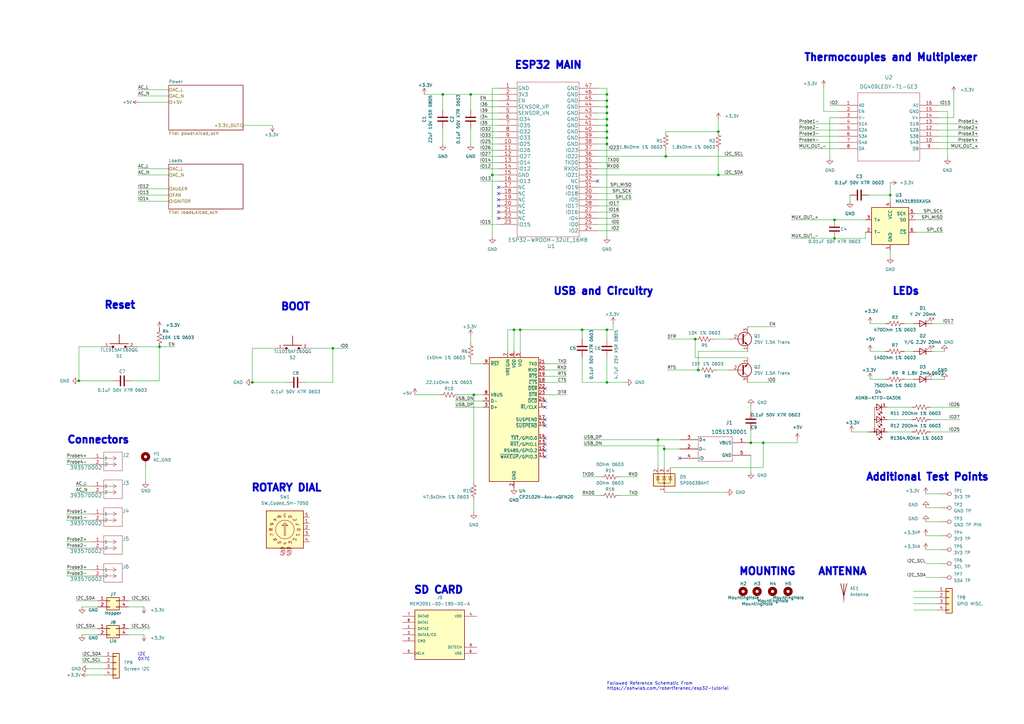
<source format=kicad_sch>
(kicad_sch (version 20211123) (generator eeschema)
  (paper "A3")
  (title_block (title "Smart Smoker Main") (date "2023-07-31") (rev "B"))
  (junction (at 248.92 46.355))
  (junction (at 65.405 142.24))
  (junction (at 248.92 51.435))
  (junction (at 238.76 135.255))
  (junction (at 248.92 135.255))
  (junction (at 273.05 64.135))
  (junction (at 210.82 135.255))
  (junction (at 269.875 180.34))
  (junction (at 201.93 71.755))
  (junction (at 103.505 156.845))
  (junction (at 248.92 56.515))
  (junction (at 365.125 80.01))
  (junction (at 286.385 151.765))
  (junction (at 272.415 184.15))
  (junction (at 342.265 97.79))
  (junction (at 181.61 38.735))
  (junction (at 313.055 181.61))
  (junction (at 248.92 156.845))
  (junction (at 32.385 156.21))
  (junction (at 342.265 90.17))
  (junction (at 307.975 181.61))
  (junction (at 193.04 38.735))
  (junction (at 248.92 43.815))
  (junction (at 294.64 71.755))
  (junction (at 294.64 53.975))
  (junction (at 213.36 135.255))
  (junction (at 248.92 41.275))
  (junction (at 136.525 142.875))
  (junction (at 194.31 161.925))
  (junction (at 248.92 48.895))
  (junction (at 248.92 59.055))
  (junction (at 248.92 53.975))
  (junction (at 285.115 139.065))
  (junction (at 248.92 38.735))
  (no_connect (at 223.52 167.005))
  (no_connect (at 245.11 74.295))
  (no_connect (at 204.47 89.535))
  (no_connect (at 204.47 86.995))
  (no_connect (at 223.52 174.625))
  (no_connect (at 204.47 76.835))
  (no_connect (at 223.52 172.085))
  (no_connect (at 223.52 187.325))
  (no_connect (at 204.47 79.375))
  (no_connect (at 204.47 81.915))
  (no_connect (at 223.52 159.385))
  (no_connect (at 278.765 187.96))
  (no_connect (at 223.52 179.705))
  (no_connect (at 204.47 84.455))
  (no_connect (at 223.52 164.465))
  (no_connect (at 223.52 182.245))
  (no_connect (at 223.52 184.785))
  (wire (pts (xy 245.11 43.815) (xy 248.92 43.815)))
  (wire (pts (xy 210.82 135.255) (xy 213.36 135.255)))
  (wire (pts (xy 53.975 156.21) (xy 65.405 156.21)))
  (wire (pts (xy 238.76 156.845) (xy 238.76 146.685)))
  (wire (pts (xy 196.85 61.595) (xy 204.47 61.595)))
  (wire (pts (xy 208.28 135.255) (xy 210.82 135.255)))
  (wire (pts (xy 248.92 59.055) (xy 248.92 97.155)))
  (wire (pts (xy 208.28 144.145) (xy 208.28 135.255)))
  (wire (pts (xy 245.11 86.995) (xy 254 86.995)))
  (wire (pts (xy 57.15 41.91) (xy 69.215 41.91)))
  (wire (pts (xy 238.76 203.2) (xy 246.38 203.2)))
  (wire (pts (xy 196.85 46.355) (xy 204.47 46.355)))
  (wire (pts (xy 33.655 260.35) (xy 40.005 260.35)))
  (wire (pts (xy 327.66 53.34) (xy 344.17 53.34)))
  (wire (pts (xy 327.025 181.61) (xy 327.025 180.34)))
  (wire (pts (xy 196.85 51.435) (xy 204.47 51.435)))
  (wire (pts (xy 363.855 177.165) (xy 374.015 177.165)))
  (wire (pts (xy 196.85 59.055) (xy 204.47 59.055)))
  (wire (pts (xy 374.65 247.65) (xy 384.175 247.65)))
  (wire (pts (xy 181.61 52.705) (xy 181.61 59.055)))
  (wire (pts (xy 382.27 132.715) (xy 391.16 132.715)))
  (wire (pts (xy 186.69 164.465) (xy 198.12 164.465)))
  (wire (pts (xy 294.005 151.765) (xy 299.085 151.765)))
  (wire (pts (xy 196.85 66.675) (xy 204.47 66.675)))
  (wire (pts (xy 306.705 144.145) (xy 286.385 144.145)))
  (wire (pts (xy 273.05 53.975) (xy 294.64 53.975)))
  (wire (pts (xy 386.08 236.855) (xy 379.73 236.855)))
  (wire (pts (xy 384.81 43.18) (xy 389.89 43.18)))
  (wire (pts (xy 193.04 38.735) (xy 204.47 38.735)))
  (wire (pts (xy 286.385 144.145) (xy 286.385 151.765)))
  (wire (pts (xy 186.69 167.005) (xy 198.12 167.005)))
  (wire (pts (xy 382.27 155.575) (xy 387.35 155.575)))
  (wire (pts (xy 245.11 48.895) (xy 248.92 48.895)))
  (wire (pts (xy 27.305 190.5) (xy 37.465 190.5)))
  (wire (pts (xy 245.11 51.435) (xy 248.92 51.435)))
  (wire (pts (xy 187.96 161.925) (xy 194.31 161.925)))
  (wire (pts (xy 245.11 36.195) (xy 248.92 36.195)))
  (wire (pts (xy 269.875 180.34) (xy 278.765 180.34)))
  (wire (pts (xy 196.85 92.075) (xy 204.47 92.075)))
  (wire (pts (xy 245.11 61.595) (xy 254 61.595)))
  (wire (pts (xy 363.855 172.085) (xy 374.015 172.085)))
  (wire (pts (xy 69.215 77.47) (xy 56.515 77.47)))
  (wire (pts (xy 196.85 41.275) (xy 204.47 41.275)))
  (wire (pts (xy 69.215 80.01) (xy 56.515 80.01)))
  (wire (pts (xy 210.82 135.255) (xy 210.82 144.145)))
  (wire (pts (xy 31.115 246.38) (xy 40.005 246.38)))
  (wire (pts (xy 381.635 177.165) (xy 393.7 177.165)))
  (wire (pts (xy 248.92 38.735) (xy 248.92 41.275)))
  (wire (pts (xy 324.485 90.17) (xy 342.265 90.17)))
  (wire (pts (xy 69.215 36.83) (xy 56.515 36.83)))
  (wire (pts (xy 365.125 102.87) (xy 365.125 105.41)))
  (wire (pts (xy 31.115 257.81) (xy 40.005 257.81)))
  (wire (pts (xy 27.305 222.25) (xy 37.465 222.25)))
  (wire (pts (xy 363.22 144.145) (xy 356.87 144.145)))
  (wire (pts (xy 248.92 41.275) (xy 248.92 43.815)))
  (wire (pts (xy 370.84 155.575) (xy 374.65 155.575)))
  (wire (pts (xy 42.545 271.78) (xy 33.655 271.78)))
  (wire (pts (xy 69.215 39.37) (xy 56.515 39.37)))
  (wire (pts (xy 273.05 61.595) (xy 273.05 64.135)))
  (wire (pts (xy 386.08 225.425) (xy 379.73 225.425)))
  (wire (pts (xy 103.505 156.845) (xy 117.475 156.845)))
  (wire (pts (xy 294.64 61.595) (xy 294.64 71.755)))
  (wire (pts (xy 223.52 151.765) (xy 232.41 151.765)))
  (wire (pts (xy 337.82 45.72) (xy 337.82 35.56)))
  (wire (pts (xy 196.85 53.975) (xy 204.47 53.975)))
  (wire (pts (xy 245.11 76.835) (xy 259.08 76.835)))
  (wire (pts (xy 238.76 195.58) (xy 246.38 195.58)))
  (wire (pts (xy 238.76 135.255) (xy 248.92 135.255)))
  (wire (pts (xy 33.655 248.92) (xy 40.005 248.92)))
  (wire (pts (xy 327.66 58.42) (xy 344.17 58.42)))
  (wire (pts (xy 324.485 97.79) (xy 342.265 97.79)))
  (wire (pts (xy 170.18 161.925) (xy 180.34 161.925)))
  (wire (pts (xy 254 203.2) (xy 261.62 203.2)))
  (wire (pts (xy 245.11 66.675) (xy 254 66.675)))
  (wire (pts (xy 374.65 250.19) (xy 384.175 250.19)))
  (wire (pts (xy 384.81 58.42) (xy 401.32 58.42)))
  (wire (pts (xy 193.04 38.735) (xy 193.04 45.085)))
  (wire (pts (xy 42.545 276.86) (xy 36.195 276.86)))
  (wire (pts (xy 384.81 55.88) (xy 401.32 55.88)))
  (wire (pts (xy 344.17 48.26) (xy 340.36 48.26)))
  (wire (pts (xy 136.525 142.875) (xy 142.875 142.875)))
  (wire (pts (xy 31.115 199.39) (xy 37.465 199.39)))
  (wire (pts (xy 251.46 132.715) (xy 251.46 135.255)))
  (wire (pts (xy 196.85 56.515) (xy 204.47 56.515)))
  (wire (pts (xy 342.265 90.17) (xy 354.965 90.17)))
  (wire (pts (xy 388.62 45.72) (xy 384.81 45.72)))
  (wire (pts (xy 27.305 236.22) (xy 37.465 236.22)))
  (wire (pts (xy 245.11 84.455) (xy 254 84.455)))
  (wire (pts (xy 391.16 48.26) (xy 391.16 38.1)))
  (wire (pts (xy 223.52 154.305) (xy 232.41 154.305)))
  (wire (pts (xy 327.66 55.88) (xy 344.17 55.88)))
  (wire (pts (xy 173.99 38.735) (xy 181.61 38.735)))
  (wire (pts (xy 245.11 46.355) (xy 248.92 46.355)))
  (wire (pts (xy 196.85 64.135) (xy 204.47 64.135)))
  (wire (pts (xy 245.11 38.735) (xy 248.92 38.735)))
  (wire (pts (xy 65.405 142.24) (xy 65.405 156.21)))
  (wire (pts (xy 194.31 161.925) (xy 194.31 197.485)))
  (wire (pts (xy 365.125 80.01) (xy 365.125 82.55)))
  (wire (pts (xy 374.65 242.57) (xy 384.175 242.57)))
  (wire (pts (xy 193.04 149.225) (xy 193.04 147.955)))
  (wire (pts (xy 201.93 36.195) (xy 201.93 71.755)))
  (wire (pts (xy 213.36 135.255) (xy 213.36 144.145)))
  (wire (pts (xy 356.235 80.01) (xy 365.125 80.01)))
  (wire (pts (xy 386.08 219.71) (xy 379.73 219.71)))
  (wire (pts (xy 370.84 132.715) (xy 374.65 132.715)))
  (wire (pts (xy 136.525 142.875) (xy 127.635 142.875)))
  (wire (pts (xy 69.215 69.215) (xy 56.515 69.215)))
  (wire (pts (xy 375.285 90.17) (xy 386.715 90.17)))
  (wire (pts (xy 248.92 46.355) (xy 248.92 48.895)))
  (wire (pts (xy 223.52 156.845) (xy 232.41 156.845)))
  (wire (pts (xy 196.85 48.895) (xy 204.47 48.895)))
  (wire (pts (xy 223.52 161.925) (xy 232.41 161.925)))
  (wire (pts (xy 254 195.58) (xy 261.62 195.58)))
  (wire (pts (xy 248.92 48.895) (xy 248.92 51.435)))
  (wire (pts (xy 248.92 135.255) (xy 251.46 135.255)))
  (wire (pts (xy 306.705 133.985) (xy 318.135 133.985)))
  (wire (pts (xy 201.93 36.195) (xy 204.47 36.195)))
  (wire (pts (xy 307.975 176.53) (xy 307.975 181.61)))
  (wire (pts (xy 33.655 269.24) (xy 42.545 269.24)))
  (wire (pts (xy 306.705 146.685) (xy 285.115 146.685)))
  (wire (pts (xy 340.36 48.26) (xy 340.36 64.77)))
  (wire (pts (xy 273.685 139.065) (xy 285.115 139.065)))
  (wire (pts (xy 245.11 79.375) (xy 259.08 79.375)))
  (wire (pts (xy 306.705 156.845) (xy 318.135 156.845)))
  (wire (pts (xy 384.81 60.96) (xy 401.32 60.96)))
  (wire (pts (xy 27.305 233.68) (xy 37.465 233.68)))
  (wire (pts (xy 245.11 64.135) (xy 273.05 64.135)))
  (wire (pts (xy 201.93 71.755) (xy 204.47 71.755)))
  (wire (pts (xy 348.615 80.01) (xy 348.615 82.55)))
  (wire (pts (xy 36.195 274.32) (xy 42.545 274.32)))
  (wire (pts (xy 59.69 191.135) (xy 59.69 197.485)))
  (wire (pts (xy 370.84 144.145) (xy 374.65 144.145)))
  (wire (pts (xy 52.705 260.35) (xy 59.055 260.35)))
  (wire (pts (xy 272.415 201.93) (xy 297.815 201.93)))
  (wire (pts (xy 248.92 56.515) (xy 248.92 59.055)))
  (wire (pts (xy 69.215 82.55) (xy 56.515 82.55)))
  (wire (pts (xy 136.525 142.875) (xy 136.525 156.845)))
  (wire (pts (xy 273.05 64.135) (xy 304.8 64.135)))
  (wire (pts (xy 245.11 89.535) (xy 254 89.535)))
  (wire (pts (xy 307.975 186.69) (xy 307.975 193.675)))
  (wire (pts (xy 294.64 71.755) (xy 304.8 71.755)))
  (wire (pts (xy 65.405 142.24) (xy 56.515 142.24)))
  (wire (pts (xy 248.92 36.195) (xy 248.92 38.735)))
  (wire (pts (xy 363.22 155.575) (xy 356.87 155.575)))
  (wire (pts (xy 245.11 71.755) (xy 294.64 71.755)))
  (wire (pts (xy 384.81 48.26) (xy 391.16 48.26)))
  (wire (pts (xy 181.61 38.735) (xy 181.61 45.085)))
  (wire (pts (xy 363.22 132.715) (xy 356.87 132.715)))
  (wire (pts (xy 248.92 51.435) (xy 248.92 53.975)))
  (wire (pts (xy 274.955 191.77) (xy 313.055 191.77)))
  (wire (pts (xy 269.875 180.34) (xy 269.875 191.77)))
  (wire (pts (xy 245.11 69.215) (xy 254 69.215)))
  (wire (pts (xy 307.975 181.61) (xy 313.055 181.61)))
  (wire (pts (xy 294.64 48.895) (xy 294.64 53.975)))
  (wire (pts (xy 223.52 149.225) (xy 232.41 149.225)))
  (wire (pts (xy 285.115 139.065) (xy 285.115 146.685)))
  (wire (pts (xy 27.305 187.96) (xy 37.465 187.96)))
  (wire (pts (xy 245.11 81.915) (xy 259.08 81.915)))
  (wire (pts (xy 194.31 205.105) (xy 194.31 210.185)))
  (wire (pts (xy 313.055 191.77) (xy 313.055 181.61)))
  (wire (pts (xy 388.62 45.72) (xy 388.62 64.77)))
  (wire (pts (xy 248.92 135.255) (xy 248.92 139.065)))
  (wire (pts (xy 327.66 50.8) (xy 344.17 50.8)))
  (wire (pts (xy 386.08 208.28) (xy 379.73 208.28)))
  (wire (pts (xy 307.975 166.37) (xy 307.975 168.91)))
  (wire (pts (xy 248.92 146.685) (xy 248.92 156.845)))
  (wire (pts (xy 27.305 213.36) (xy 37.465 213.36)))
  (wire (pts (xy 381.635 172.085) (xy 393.7 172.085)))
  (wire (pts (xy 273.685 151.765) (xy 286.385 151.765)))
  (wire (pts (xy 356.235 177.165) (xy 349.25 177.165)))
  (wire (pts (xy 245.11 59.055) (xy 248.92 59.055)))
  (wire (pts (xy 384.81 50.8) (xy 401.32 50.8)))
  (wire (pts (xy 196.85 69.215) (xy 204.47 69.215)))
  (wire (pts (xy 248.92 53.975) (xy 248.92 56.515)))
  (wire (pts (xy 198.12 149.225) (xy 193.04 149.225)))
  (wire (pts (xy 32.385 156.21) (xy 46.355 156.21)))
  (wire (pts (xy 272.415 182.88) (xy 272.415 184.15)))
  (wire (pts (xy 245.11 41.275) (xy 248.92 41.275)))
  (wire (pts (xy 386.08 231.14) (xy 379.73 231.14)))
  (wire (pts (xy 201.93 71.755) (xy 201.93 97.155)))
  (wire (pts (xy 363.855 167.005) (xy 374.015 167.005)))
  (wire (pts (xy 238.76 135.255) (xy 238.76 139.065)))
  (wire (pts (xy 99.695 51.435) (xy 111.76 51.435)))
  (wire (pts (xy 327.66 60.96) (xy 344.17 60.96)))
  (wire (pts (xy 245.11 53.975) (xy 248.92 53.975)))
  (wire (pts (xy 382.27 144.145) (xy 387.35 144.145)))
  (wire (pts (xy 381.635 167.005) (xy 393.7 167.005)))
  (wire (pts (xy 256.54 156.845) (xy 248.92 156.845)))
  (wire (pts (xy 245.11 56.515) (xy 248.92 56.515)))
  (wire (pts (xy 272.415 184.15) (xy 272.415 191.77)))
  (wire (pts (xy 375.285 87.63) (xy 386.715 87.63)))
  (wire (pts (xy 342.265 97.79) (xy 354.965 97.79)))
  (wire (pts (xy 344.17 45.72) (xy 337.82 45.72)))
  (wire (pts (xy 213.36 135.255) (xy 238.76 135.255)))
  (wire (pts (xy 27.305 210.82) (xy 37.465 210.82)))
  (wire (pts (xy 239.395 180.34) (xy 269.875 180.34)))
  (wire (pts (xy 69.215 71.755) (xy 56.515 71.755)))
  (wire (pts (xy 193.04 137.795) (xy 193.04 140.335)))
  (wire (pts (xy 65.405 142.24) (xy 71.755 142.24)))
  (wire (pts (xy 354.965 95.25) (xy 354.965 97.79)))
  (wire (pts (xy 32.385 142.24) (xy 41.275 142.24)))
  (wire (pts (xy 31.115 201.93) (xy 37.465 201.93)))
  (wire (pts (xy 181.61 38.735) (xy 193.04 38.735)))
  (wire (pts (xy 386.08 213.995) (xy 379.73 213.995)))
  (wire (pts (xy 386.08 202.565) (xy 379.73 202.565)))
  (wire (pts (xy 198.12 161.925) (xy 194.31 161.925)))
  (wire (pts (xy 245.11 92.075) (xy 254 92.075)))
  (wire (pts (xy 52.705 246.38) (xy 61.595 246.38)))
  (wire (pts (xy 52.705 248.92) (xy 59.055 248.92)))
  (wire (pts (xy 32.385 142.24) (xy 32.385 156.21)))
  (wire (pts (xy 248.92 43.815) (xy 248.92 46.355)))
  (wire (pts (xy 103.505 142.875) (xy 112.395 142.875)))
  (wire (pts (xy 384.81 53.34) (xy 401.32 53.34)))
  (wire (pts (xy 125.095 156.845) (xy 136.525 156.845)))
  (wire (pts (xy 375.285 95.25) (xy 386.715 95.25)))
  (wire (pts (xy 292.735 139.065) (xy 299.085 139.065)))
  (wire (pts (xy 52.705 257.81) (xy 61.595 257.81)))
  (wire (pts (xy 313.055 181.61) (xy 327.025 181.61)))
  (wire (pts (xy 193.04 52.705) (xy 193.04 59.055)))
  (wire (pts (xy 340.36 43.18) (xy 344.17 43.18)))
  (wire (pts (xy 27.305 224.79) (xy 37.465 224.79)))
  (wire (pts (xy 248.92 156.845) (xy 238.76 156.845)))
  (wire (pts (xy 103.505 142.875) (xy 103.505 156.845)))
  (wire (pts (xy 272.415 184.15) (xy 278.765 184.15)))
  (wire (pts (xy 196.85 74.295) (xy 204.47 74.295)))
  (wire (pts (xy 196.85 43.815) (xy 204.47 43.815)))
  (wire (pts (xy 374.65 245.11) (xy 384.175 245.11)))
  (wire (pts (xy 245.11 94.615) (xy 254 94.615)))
  (wire (pts (xy 365.125 74.93) (xy 365.125 80.01)))
  (wire (pts (xy 239.395 182.88) (xy 272.415 182.88)))
  (text "MOUNTING" (at 302.895 236.22 0) (effects (font (size 3 3) (thickness 1.016) bold) (justify left bottom)))
  (text "Reset" (at 42.545 127 0) (effects (font (size 3 3) (thickness 1.016) bold) (justify left bottom)))
  (text "BOOT" (at 114.935 127.635 0) (effects (font (size 3 3) (thickness 1.016) bold) (justify left bottom)))
  (text "USB and Circuitry" (at 226.695 121.285 0) (effects (font (size 3 3) (thickness 1.016) bold) (justify left bottom)))
  (text "Connectors" (at 27.305 182.245 0) (effects (font (size 3 3) (thickness 1.016) bold) (justify left bottom)))
  (text "LEDs" (at 365.76 121.285 0) (effects (font (size 3 3) (thickness 1.016) bold) (justify left bottom)))
  (text "SD CARD" (at 169.545 243.84 0) (effects (font (size 3 3) (thickness 1.016) bold) (justify left bottom)))
  (text "I2C\n0X7C" (at 56.515 271.145 0) (effects (font (size 1.27 1.27)) (justify left bottom)))
  (text "Thermocouples and Multiplexer" (at 329.565 25.4 0) (effects (font (size 3 3) (thickness 1.016) bold) (justify left bottom)))
  (text "Additional Test Points" (at 354.965 197.485 0) (effects (font (size 3 3) (thickness 1.016) bold) (justify left bottom)))
  (text "Followed Reference Schematic From\nhttps://oshwlab.com/robertferanec/esp32-tutorial" (at 248.92 283.21 0) (effects (font (size 1.27 1.27)) (justify left bottom)))
  (text "ANTENNA" (at 335.28 236.22 0) (effects (font (size 3 3) (thickness 1.016) bold) (justify left bottom)))
  (text "ESP32 MAIN" (at 210.82 28.575 0) (effects (font (size 3 3) (thickness 1.016) bold) (justify left bottom)))
  (text "ROTARY DIAL" (at 102.87 201.93 0) (effects (font (size 3 3) (thickness 1.016) bold) (justify left bottom)))
  (label "IO17" (at 391.16 132.715 180))
  (label "IO26" (at 393.7 167.005 180))
  (label "IO16" (at 254 86.995 180))
  (label "AC_L" (at 56.515 36.83 0))
  (label "IO14" (at 196.85 66.675 0))
  (label "I2C_SDA" (at 33.655 269.24 0))
  (label "RXD0" (at 238.76 203.2 0))
  (label "IO12" (at 196.85 69.215 0))
  (label "Probe2-" (at 27.305 224.79 0))
  (label "RXD0" (at 254 69.215 180))
  (label "Probe4-" (at 327.66 58.42 0))
  (label "CTS" (at 232.41 156.845 180))
  (label "EN" (at 318.135 133.985 180))
  (label "SPI_MISO" (at 259.08 76.835 180))
  (label "IO2" (at 340.36 43.18 0))
  (label "Probe3+" (at 401.32 55.88 180))
  (label "I2C_SCL" (at 61.595 257.81 180))
  (label "IO32" (at 196.85 53.975 0))
  (label "TXD0" (at 238.76 195.58 0))
  (label "IO33" (at 196.85 56.515 0))
  (label "USB_DN" (at 186.69 164.465 0))
  (label "IO15" (at 389.89 43.18 180))
  (label "SPI_MISO" (at 386.715 90.17 180))
  (label "IO0" (at 318.135 156.845 180))
  (label "TXD" (at 261.62 203.2 180))
  (label "IO25" (at 196.85 59.055 0))
  (label "AC_N" (at 56.515 71.755 0))
  (label "IO4" (at 254 89.535 180))
  (label "I34" (at 196.85 48.895 0))
  (label "I2C_SDA" (at 379.73 236.855 180))
  (label "MUX_OUT_-" (at 324.485 97.79 0))
  (label "I2C_SDA" (at 31.115 246.38 0))
  (label "TXD" (at 232.41 149.225 180))
  (label "IO27" (at 196.85 64.135 0))
  (label "SPI_CS" (at 386.715 95.25 180))
  (label "Probe1+" (at 401.32 50.8 180))
  (label "Probe1+" (at 27.305 210.82 0))
  (label "IO0" (at 142.875 142.875 180))
  (label "SPI_SCK" (at 259.08 79.375 180))
  (label "I35" (at 196.85 51.435 0))
  (label "SPI_SCK" (at 386.715 87.63 180))
  (label "I36" (at 196.85 43.815 0))
  (label "USB_DP" (at 239.395 180.34 0))
  (label "MUX_OUT_-" (at 327.66 60.96 0))
  (label "IO17" (at 254 84.455 180))
  (label "Probe1-" (at 327.66 50.8 0))
  (label "I2C_SCL" (at 33.655 271.78 0))
  (label "I2C_SCL" (at 61.595 246.38 180))
  (label "RXD" (at 261.62 195.58 180))
  (label "AC_N" (at 56.515 39.37 0))
  (label "AC_L" (at 31.115 199.39 0))
  (label "IO15" (at 196.85 92.075 0))
  (label "Probe3+" (at 27.305 233.68 0))
  (label "Probe2+" (at 401.32 53.34 180))
  (label "IO26" (at 196.85 61.595 0))
  (label "I2C_SCL" (at 379.73 231.14 180))
  (label "I39" (at 196.85 46.355 0))
  (label "RTS" (at 232.41 154.305 180))
  (label "EN" (at 196.85 41.275 0))
  (label "Probe2+" (at 27.305 222.25 0))
  (label "Probe4+" (at 401.32 58.42 180))
  (label "MUX_OUT_+" (at 401.32 60.96 180))
  (label "IO14" (at 56.515 82.55 0))
  (label "RXD" (at 232.41 151.765 180))
  (label "I2C_SDA" (at 304.8 71.755 180))
  (label "Probe3-" (at 327.66 55.88 0))
  (label "IO13" (at 56.515 80.01 0))
  (label "EN" (at 71.755 142.24 180))
  (label "Probe3-" (at 27.305 236.22 0))
  (label "I2C_SCL" (at 304.8 64.135 180))
  (label "MUX_OUT_+" (at 324.485 90.17 0))
  (label "IO13" (at 196.85 74.295 0))
  (label "USB_DN" (at 239.395 182.88 0))
  (label "AC_L" (at 56.515 69.215 0))
  (label "IO12" (at 56.515 77.47 0))
  (label "Probe2-" (at 327.66 53.34 0))
  (label "TXD0" (at 254 66.675 180))
  (label "IO25" (at 393.7 177.165 180))
  (label "DTR" (at 273.685 139.065 0))
  (label "SPI_CS" (at 259.08 81.915 180))
  (label "Probe4+" (at 27.305 187.96 0))
  (label "IO23" (at 254 61.595 180))
  (label "IO0" (at 254 92.075 180))
  (label "AC_N" (at 31.115 201.93 0))
  (label "DTR" (at 232.41 161.925 180))
  (label "I2C_SDA" (at 31.115 257.81 0))
  (label "Probe4-" (at 27.305 190.5 0))
  (label "IO2" (at 254 94.615 180))
  (label "USB_DP" (at 186.69 167.005 0))
  (label "IO27" (at 393.7 172.085 180))
  (label "Probe1-" (at 27.305 213.36 0))
  (label "RTS" (at 273.685 151.765 0))
  (hierarchical_label "AC_L" (shape input) (at 69.215 36.83 0))
  (hierarchical_label "AC_N" (shape input) (at 69.215 39.37 0))
  (hierarchical_label "+3.3V_OUT" (shape output) (at 99.695 51.435 180))
  (hierarchical_label "AUGER" (shape input) (at 69.215 77.47 0))
  (hierarchical_label "FAN" (shape input) (at 69.215 80.01 0))
  (hierarchical_label "AC_L" (shape input) (at 69.215 69.215 0))
  (hierarchical_label "+5V" (shape input) (at 69.215 41.91 0))
  (hierarchical_label "IGNITOR" (shape input) (at 69.215 82.55 0))
  (hierarchical_label "AC_N" (shape input) (at 69.215 71.755 0))
  (symbol (lib_id "power:+3.3V") (at 65.405 134.62 0) (mirror y) (unit 1)
    (property "Reference" "#PWR018" (effects hide))
    (property "Value" "+3.3V" (at 67.945 133.3501 0) (effects (justify right)))
  )
  (symbol (lib_id "power:GND") (at 379.73 208.28 180) (unit 1)
    (property "Reference" "#PWR036" (effects hide))
    (property "Value" "GND" (at 376.555 207.01 0) (effects (justify left)))
  )
  (symbol (lib_id "power:+3.3V") (at 356.87 132.715 0) (unit 1)
    (property "Reference" "#PWR017" (effects hide))
    (property "Value" "+3.3V" (at 354.33 127.635 0) (effects (justify left)))
  )
  (symbol (lib_id "power:GND") (at 59.69 197.485 0) (unit 1)
    (property "Reference" "#PWR032" (effects hide))
    (property "Value" "GND" (at 57.785 201.295 0) (effects (justify left)))
  )
  (symbol (lib_id "power:GND") (at 194.31 210.185 0) (unit 1)
    (property "Reference" "#PWR037" (effects hide))
    (property "Value" "GND" (at 194.31 215.265 0))
  )
  (symbol (lib_id "power:+3.3V") (at 59.055 260.35 180) (unit 1)
    (property "Reference" "#PWR044" (effects hide))
    (property "Value" "+3.3V" (at 61.595 261.6199 0) (effects (justify right)))
  )
  (symbol (lib_id "0393570002:393570002") (at 37.465 210.82 0) (unit 1)
    (property "Reference" "J4" (at 50.165 209.55 0) (effects (font (size 1.524 1.524)) (justify left)))
    (property "Value" "393570002" (at 28.575 214.63 0) (effects (font (size 1.524 1.524)) (justify left)))
    (property "Footprint" "CONN_393570002_MOL" (effects hide))
    (property "Manufacturer" "Molex" (effects hide))
    (property "Manufacturer Part Number" "393570002" (effects hide))
    (property "Vendor" "Digikey" (effects hide))
    (property "Vendor Part Number" "WM7877-ND" (effects hide))
  )
  (symbol (lib_id "Interface_USB:CP2102N-Axx-xQFN24") (at 210.82 172.085 0) (unit 1)
    (property "Reference" "U4" (at 212.8394 201.295 0) (effects (justify left)))
    (property "Value" "CP2102N-Axx-xQFN20" (at 212.8394 203.835 0) (effects (justify left)))
    (property "Footprint" "Package_DFN_QFN:QFN-24-1EP_4x4mm_P0.5mm_EP2.6x2.6mm" (effects hide))
    (property "Datasheet" "https://www.silabs.com/documents/public/data-sheets/cp2102n-datasheet.pdf" (effects hide))
    (property "Manufacturer" "Silicon Labs" (effects hide))
    (property "Manufacturer Part Number" "CP2102N-A02-GQFN24" (effects hide))
    (property "Vendor" "Digikey" (effects hide))
    (property "Vendor Part Number" "336-5887-ND" (effects hide))
  )
  (symbol (lib_id "power:GND") (at 307.975 193.675 0) (unit 1)
    (property "Reference" "#PWR031" (effects hide))
    (property "Value" "GND" (at 310.515 194.9449 0) (effects (justify left)))
  )
  (symbol (lib_id "0393570002:393570002") (at 37.465 187.96 0) (unit 1)
    (property "Reference" "J2" (at 50.165 186.69 0) (effects (font (size 1.524 1.524)) (justify left)))
    (property "Value" "393570002" (at 28.575 191.77 0) (effects (font (size 1.524 1.524)) (justify left)))
    (property "Footprint" "CONN_393570002_MOL" (effects hide))
    (property "Manufacturer" "Molex" (effects hide))
    (property "Manufacturer Part Number" "393570002" (effects hide))
    (property "Vendor" "Digikey" (effects hide))
    (property "Vendor Part Number" "WM7877-ND" (effects hide))
  )
  (symbol (lib_id "power:GND") (at 307.975 166.37 180) (unit 1)
    (property "Reference" "#PWR028" (effects hide))
    (property "Value" "GND" (at 310.515 165.0999 0) (effects (justify right)))
  )
  (symbol (lib_id "power:+3.3VA") (at 379.73 225.425 0) (unit 1)
    (property "Reference" "#PWR040" (effects hide))
    (property "Value" "+3.3VA" (at 374.015 224.155 0))
  )
  (symbol (lib_id "power:GND") (at 36.195 274.32 270) (unit 1)
    (property "Reference" "#PWR045" (effects hide))
    (property "Value" "GND" (at 29.21 274.32 90) (effects (justify left)))
  )
  (symbol (lib_id "Mechanical:MountingHole") (at 304.8 242.57 0) (unit 1)
    (property "Reference" "H2" (at 303.53 239.395 0) (effects (justify left)))
    (property "Value" "MountingHole" (at 298.45 245.11 0) (effects (justify left)))
    (property "Footprint" "MountingHole:MountingHole_3.2mm_M3_DIN965_Pad" (effects hide))
  )
  (symbol (lib_id "Device:LED") (at 378.46 132.715 180) (unit 1)
    (property "Reference" "D1" (at 378.46 126.365 0))
    (property "Value" "Y 2V 20mA" (at 378.46 128.905 0))
    (property "Footprint" "LED_SMD:LED_0603_1608Metric" (effects hide))
    (property "Manufacturer" "Würth Elektronik" (effects hide))
    (property "Manufacturer Part Number" "150060YS75000" (effects hide))
    (property "Vendor" "Digikey" (effects hide))
    (property "Vendor Part Number" "732-4981-1-ND" (effects hide))
  )
  (symbol (lib_id "Device:C") (at 238.76 142.875 180) (unit 1)
    (property "Reference" "C5" (at 234.95 142.875 0))
    (property "Value" "0.1uF 50V X7R 0603" (at 242.57 145.415 90))
    (property "Footprint" "Capacitor_SMD:C_0603_1608Metric" (effects hide))
    (property "Manufacturer" "Samsung Electro-Mechanics" (effects hide))
    (property "Manufacturer Part Number" "CL10B104KB8NNWC" (effects hide))
    (property "Vendor" "Digikey" (effects hide))
    (property "Vendor Part Number" "1276-1935-1-ND" (effects hide))
  )
  (symbol (lib_id "power:GND") (at 348.615 82.55 0) (unit 1)
    (property "Reference" "#PWR012" (effects hide))
    (property "Value" "GND" (at 348.615 87.63 0))
  )
  (symbol (lib_id "Device:R_US") (at 367.03 132.715 90) (unit 1)
    (property "Reference" "R3" (at 367.03 130.175 90))
    (property "Value" "470Ohm 1% 0603" (at 367.03 135.255 90))
    (property "Footprint" "Resistor_SMD:R_0603_1608Metric" (effects hide))
    (property "Manufacturer" "YAGEO" (effects hide))
    (property "Manufacturer Part Number" "RC0603FR-13470RL" (effects hide))
    (property "Vendor" "Digikey" (effects hide))
    (property "Vendor Part Number" "13-RC0603FR-13470RLCT-ND" (effects hide))
  )
  (symbol (lib_id "power:+5V") (at 57.15 41.91 90) (unit 1)
    (property "Reference" "#PWR04" (effects hide))
    (property "Value" "+5V" (at 50.165 41.91 90) (effects (justify right)))
  )
  (symbol (lib_id "power:+5V") (at 170.18 161.925 0) (unit 1)
    (property "Reference" "#PWR027" (effects hide))
    (property "Value" "+5V" (at 167.005 161.29 0))
  )
  (symbol (lib_id "Sensor_Temperature:MAX31855KASA") (at 365.125 92.71 0) (unit 1)
    (property "Reference" "U3" (at 367.1444 80.01 0) (effects (justify left)))
    (property "Value" "MAX31855KASA" (at 367.1444 82.55 0) (effects (justify left)))
    (property "Footprint" "Package_SO:SOIC-8_3.9x4.9mm_P1.27mm" (effects hide))
    (property "Datasheet" "http://datasheets.maximintegrated.com/en/ds/MAX31855.pdf" (effects hide))
    (property "Manufacturer" "Analog Devices Inc./Maxim Integrated" (effects hide))
    (property "Manufacturer Part Number" "MAX31855KASA+T" (effects hide))
    (property "Vendor" "Digikey" (effects hide))
    (property "Vendor Part Number" "MAX31855KASA+TCT-ND" (effects hide))
  )
  (symbol (lib_id "power:GND") (at 210.82 200.025 0) (unit 1)
    (property "Reference" "#PWR033" (effects hide))
    (property "Value" "GND" (at 210.82 205.105 0))
  )
  (symbol (lib_id "power:+3.3V") (at 349.25 177.165 0) (mirror y) (unit 1)
    (property "Reference" "#PWR029" (effects hide))
    (property "Value" "+3.3V" (at 346.71 173.355 0) (effects (justify right)))
  )
  (symbol (lib_id "Connector:TestPoint") (at 386.08 219.71 270) (unit 1)
    (property "Reference" "TP4" (at 391.16 218.4399 90) (effects (justify left)))
    (property "Value" "3V3 TP" (at 391.16 220.9799 90) (effects (justify left)))
    (property "Footprint" "TestPoint:TestPoint_THTPad_D1.0mm_Drill0.5mm" (effects hide))
  )
  (symbol (lib_id "Device:R_US") (at 65.405 138.43 0) (mirror x) (unit 1)
    (property "Reference" "R4" (at 67.945 135.89 0))
    (property "Value" "10K 1% 0603" (at 73.025 138.43 0))
    (property "Footprint" "Resistor_SMD:R_0603_1608Metric" (effects hide))
    (property "Manufacturer" "Stackpole Electronics Inc" (effects hide))
    (property "Manufacturer Part Number" "RNCP0603FTD10K0" (effects hide))
    (property "Vendor" "Digikey" (effects hide))
    (property "Vendor Part Number" "RNCP0603FTD10K0CT-ND" (effects hide))
  )
  (symbol (lib_id "Connector:TestPoint") (at 386.08 236.855 270) (unit 1)
    (property "Reference" "TP7" (at 391.16 235.5849 90) (effects (justify left)))
    (property "Value" "SDA TP" (at 391.16 238.1249 90) (effects (justify left)))
    (property "Footprint" "TestPoint:TestPoint_THTPad_D1.0mm_Drill0.5mm" (effects hide))
  )
  (symbol (lib_id "Mechanical:MountingHole") (at 323.215 242.57 0) (unit 1)
    (property "Reference" "H5" (at 321.945 239.395 0) (effects (justify left)))
    (property "Value" "MountingHole" (at 316.865 245.11 0) (effects (justify left)))
    (property "Footprint" "MountingHole:MountingHole_3.2mm_M3_DIN965_Pad" (effects hide))
  )
  (symbol (lib_id "Device:C") (at 342.265 93.98 0) (unit 1)
    (property "Reference" "C4" (at 346.075 93.98 0))
    (property "Value" "0.01uF 50V X7R 0603" (at 342.265 99.06 0))
    (property "Footprint" "Capacitor_SMD:C_0603_1608Metric" (effects hide))
    (property "Manufacturer" "Samsung Electro-Mechanics" (effects hide))
    (property "Manufacturer Part Number" "CL10B103KB8NNNC" (effects hide))
    (property "Vendor" "Digikey" (effects hide))
    (property "Vendor Part Number" "1276-1009-1-ND" (effects hide))
  )
  (symbol (lib_id "power:GND") (at 340.36 64.77 0) (unit 1)
    (property "Reference" "#PWR09" (effects hide))
    (property "Value" "GND" (at 340.36 69.85 0))
  )
  (symbol (lib_id "Switch:SW_Coded_SH-7050") (at 116.84 217.17 0) (unit 1)
    (property "Reference" "SW1" (at 116.84 203.835 0))
    (property "Value" "SW_Coded_SH-7050" (at 116.84 206.375 0))
    (property "Footprint" "Rotary_Encoder:PAC18R1-43D19F" (effects hide))
    (property "Datasheet" "https://media.digikey.com/pdf/Data%20Sheets/Bourns%20PDFs/PAC18R_Series_DS.pdf" (effects hide))
    (property "Manufacturer" "Bourns Inc." (effects hide))
    (property "Manufacturer Part Number" "PAC18R1-43D19F" (effects hide))
    (property "Vendor" "Digikey" (effects hide))
    (property "Vendor Part Number" "118-PAC18R1-43D19F-ND" (effects hide))
  )
  (symbol (lib_id "0393570002:393570002") (at 37.465 199.39 0) (unit 1)
    (property "Reference" "J3" (at 50.165 198.12 0) (effects (font (size 1.524 1.524)) (justify left)))
    (property "Value" "393570002" (at 28.575 203.2 0) (effects (font (size 1.524 1.524)) (justify left)))
    (property "Footprint" "CONN_393570002_MOL" (effects hide))
    (property "Manufacturer" "Molex" (effects hide))
    (property "Manufacturer Part Number" "393570002" (effects hide))
    (property "Vendor" "Digikey" (effects hide))
    (property "Vendor Part Number" "WM7877-ND" (effects hide))
  )
  (symbol (lib_id "Connector_Generic:Conn_01x04") (at 47.625 271.78 0) (unit 1)
    (property "Reference" "TP9" (at 50.8 271.7799 0) (effects (justify left)))
    (property "Value" "Screen I2C" (at 50.8 274.3199 0) (effects (justify left)))
    (property "Footprint" "Connector_PinHeader_2.54mm:PinHeader_1x04_P2.54mm_Vertical" (effects hide))
    (property "Manufacturer" "DFRobot" (effects hide))
    (property "Manufacturer Part Number" "DFR0555" (effects hide))
    (property "Vendor" "Digikey" (effects hide))
    (property "Vendor Part Number" "1738-1411-ND" (effects hide))
  )
  (symbol (lib_id "power:GND") (at 32.385 156.21 270) (unit 1)
    (property "Reference" "#PWR024" (effects hide))
    (property "Value" "GND" (at 28.575 156.2099 90) (effects (justify right)))
  )
  (symbol (lib_id "power:GND") (at 33.655 260.35 0) (unit 1)
    (property "Reference" "#PWR043" (effects hide))
    (property "Value" "GND" (at 36.195 261.6199 0) (effects (justify left)))
  )
  (symbol (lib_id "Connector:TestPoint") (at 386.08 202.565 270) (unit 1)
    (property "Reference" "TP1" (at 391.16 201.2949 90) (effects (justify left)))
    (property "Value" "3V3 TP" (at 391.16 203.8349 90) (effects (justify left)))
    (property "Footprint" "TestPoint:TestPoint_THTPad_D1.0mm_Drill0.5mm" (effects hide))
  )
  (symbol (lib_id "Device:Antenna") (at 346.075 241.935 0) (unit 1)
    (property "Reference" "AE1" (at 348.615 241.2999 0) (effects (justify left)))
    (property "Value" "Antenna" (at 348.615 243.8399 0) (effects (justify left)))
    (property "Footprint" "Symbol:KiCad-Logo2_5mm_SilkScreen" (effects hide))
    (property "Manufacturer" "Pulse Electronics" (effects hide))
    (property "Manufacturer Part Number" "W3921B0100" (effects hide))
    (property "Vendor" "Digikey" (effects hide))
    (property "Vendor Part Number" "553-W3921B0100-ND" (effects hide))
  )
  (symbol (lib_id "Device:R_US") (at 250.19 203.2 90) (unit 1)
    (property "Reference" "R16" (at 250.19 200.66 90))
    (property "Value" "0Ohm 0603" (at 250.19 198.12 90))
    (property "Footprint" "Resistor_SMD:R_0603_1608Metric" (effects hide))
    (property "Manufacturer" "Stackpole Electronics Inc" (effects hide))
    (property "Manufacturer Part Number" "RMCF0603ZT0R00" (effects hide))
    (property "Vendor" "Digikey" (effects hide))
    (property "Vendor Part Number" "RMCF0603ZT0R00CT-ND" (effects hide))
  )
  (symbol (lib_id "Device:C") (at 50.165 156.21 270) (unit 1)
    (property "Reference" "C7" (at 50.165 152.4 90))
    (property "Value" "0.1uF 50V X7R 0603" (at 50.165 160.02 90))
    (property "Footprint" "Capacitor_SMD:C_0603_1608Metric" (effects hide))
    (property "Manufacturer" "Samsung Electro-Mechanics" (effects hide))
    (property "Manufacturer Part Number" "CL10B104KB8NNWC" (effects hide))
    (property "Vendor" "Digikey" (effects hide))
    (property "Vendor Part Number" "1276-1935-1-ND" (effects hide))
  )
  (symbol (lib_id "Power_Protection:SP0503BAHT") (at 272.415 196.85 0) (unit 1)
    (property "Reference" "D5" (at 278.765 195.5799 0) (effects (justify left)))
    (property "Value" "SP0503BAHT" (at 278.765 198.1199 0) (effects (justify left)))
    (property "Footprint" "Package_TO_SOT_SMD:SOT-143" (effects hide))
    (property "Datasheet" "http://www.littelfuse.com/~/media/files/littelfuse/technical%20resources/documents/data%20sheets/sp05xxba.pdf" (effects hide))
    (property "Manufacturer" "Littelfuse Inc." (effects hide))
    (property "Manufacturer Part Number" "SP0503BAHTG" (effects hide))
    (property "Vendor" "Digikey" (effects hide))
    (property "Vendor Part Number" "F2715CT-ND" (effects hide))
  )
  (symbol (lib_id "Connector_Generic:Conn_01x04") (at 389.255 245.11 0) (unit 1)
    (property "Reference" "TP8" (at 392.43 245.1099 0) (effects (justify left)))
    (property "Value" "GPIO MISC." (at 392.43 247.6499 0) (effects (justify left)))
    (property "Footprint" "Connector_PinHeader_2.54mm:PinHeader_1x04_P2.54mm_Vertical" (effects hide))
  )
  (symbol (lib_id "Device:LED") (at 378.46 144.145 180) (unit 1)
    (property "Reference" "D2" (at 378.46 137.795 0))
    (property "Value" "Y/G 2.2V 20mA" (at 378.46 140.335 0))
    (property "Footprint" "LED_SMD:LED_0603_1608Metric" (effects hide))
    (property "Manufacturer" "American Bright Optoelectronics Corporation" (effects hide))
    (property "Manufacturer Part Number" "BL-HGE36D-AV-TRB" (effects hide))
    (property "Vendor" "Digikey" (effects hide))
    (property "Vendor Part Number" "BL-HGE36D-AV-TRBCT-ND" (effects hide))
  )
  (symbol (lib_id "Connector_Generic:Conn_02x02_Top_Bottom") (at 45.085 246.38 0) (unit 1)
    (property "Reference" "J7" (at 46.355 243.84 0))
    (property "Value" "Hopper" (at 46.355 251.46 0))
    (property "Footprint" "Connector_Molex:Molex_Micro-Fit_3.0_43045-0400_2x02_P3.00mm_Horizontal" (effects hide))
    (property "Manufacturer" "Molex" (effects hide))
    (property "Manufacturer Part Number" "0430450400" (effects hide))
    (property "Vendor" "Digikey" (effects hide))
    (property "Vendor Part Number" "WM1814-ND" (effects hide))
  )
  (symbol (lib_id "Connector:TestPoint") (at 386.08 225.425 270) (unit 1)
    (property "Reference" "TP5" (at 391.16 224.1549 90) (effects (justify left)))
    (property "Value" "3V3 TP" (at 391.16 226.6949 90) (effects (justify left)))
    (property "Footprint" "TestPoint:TestPoint_THTPad_D1.0mm_Drill0.5mm" (effects hide))
  )
  (symbol (lib_id "power:GND") (at 387.35 155.575 180) (unit 1)
    (property "Reference" "#PWR023" (effects hide))
    (property "Value" "GND" (at 388.62 151.765 0) (effects (justify left)))
  )
  (symbol (lib_id "Device:C") (at 307.975 172.72 180) (unit 1)
    (property "Reference" "C9" (at 309.245 175.26 0))
    (property "Value" "0.1uF 50V X7R 0603" (at 318.135 170.18 0))
    (property "Footprint" "Capacitor_SMD:C_0603_1608Metric" (effects hide))
    (property "Manufacturer" "Samsung Electro-Mechanics" (effects hide))
    (property "Manufacturer Part Number" "CL10B104KB8NNWC" (effects hide))
    (property "Vendor" "Digikey" (effects hide))
    (property "Vendor Part Number" "1276-1935-1-ND" (effects hide))
  )
  (symbol (lib_id "power:+3.3V") (at 193.04 137.795 0) (unit 1)
    (property "Reference" "#PWR019" (effects hide))
    (property "Value" "+3.3V" (at 195.58 133.985 0) (effects (justify right)))
  )
  (symbol (lib_id "power:+3.3V") (at 111.76 51.435 0) (mirror x) (unit 1)
    (property "Reference" "#PWR06" (effects hide))
    (property "Value" "+3.3V" (at 114.3 55.245 0) (effects (justify right)))
  )
  (symbol (lib_id "1051330001:1051330001") (at 278.765 184.15 0) (unit 1)
    (property "Reference" "J1" (at 299.085 173.355 0) (effects (font (size 1.524 1.524))))
    (property "Value" "1051330001" (at 299.085 177.165 0) (effects (font (size 1.524 1.524))))
    (property "Footprint" "Customs Smoker:1051330001_MOL" (effects hide))
    (property "Datasheet" "1051330001" (effects hide))
    (property "Manufacturer" "Molex" (effects hide))
    (property "Manufacturer Part Number" "1051330001" (effects hide))
    (property "Vendor" "Digikey" (effects hide))
    (property "Vendor Part Number" "WM9734CT-ND" (effects hide))
  )
  (symbol (lib_id "Device:R_US") (at 184.15 161.925 90) (unit 1)
    (property "Reference" "R10" (at 184.15 159.385 90))
    (property "Value" "22.1kOhm 1% 0603" (at 184.15 156.845 90))
    (property "Footprint" "Resistor_SMD:R_0603_1608Metric" (effects hide))
    (property "Manufacturer" "YAGEO" (effects hide))
    (property "Manufacturer Part Number" "RC0603FR-0722K1L" (effects hide))
    (property "Vendor" "Digikey" (effects hide))
    (property "Vendor Part Number" "311-22.1KHRCT-ND" (effects hide))
  )
  (symbol (lib_id "Mechanical:MountingHole_Pad") (at 59.69 188.595 0) (unit 1)
    (property "Reference" "H1" (at 62.865 186.0549 0) (effects (justify left)))
    (property "Value" "AC_GND" (at 62.865 188.5949 0) (effects (justify left)))
    (property "Footprint" "MountingHole:MountingHole_3.2mm_M3_Pad_Via" (effects hide))
  )
  (symbol (lib_id "TL1015AF160QG:TL1015AF160QG") (at 120.015 142.875 0) (unit 1)
    (property "Reference" "S2" (at 120.015 146.685 0))
    (property "Value" "TL1015AF160QG" (at 120.015 144.145 0))
    (property "Footprint" "Customs Smoker:SW_TL1015AF160QG" (effects hide))
    (property "PARTREV" "F" (effects hide))
    (property "STANDARD" "Manufacturer Recommendations" (effects hide))
    (property "MAXIMUM_PACKAGE_HEIGHT" "2.1 mm" (effects hide))
    (property "MANUFACTURER" "E-Switch" (effects hide))
    (property "Manufacturer" "E-Switch" (effects hide))
    (property "Manufacturer Part Number" "TL1015AF160QG" (effects hide))
    (property "Vendor" "Digikey" (effects hide))
    (property "Vendor Part Number" "EG4344CT-ND" (effects hide))
  )
  (symbol (lib_id "power:+3.3V") (at 36.195 276.86 90) (unit 1)
    (property "Reference" "#PWR046" (effects hide))
    (property "Value" "+3.3V" (at 27.305 276.86 90) (effects (justify right)))
  )
  (symbol (lib_id "Transistor_BJT:S8050") (at 304.165 139.065 0) (unit 1)
    (property "Reference" "Q1" (at 309.245 137.7949 0) (effects (justify left)))
    (property "Value" "25V 1.5A Trans" (at 309.245 140.3349 0) (effects (justify left)))
    (property "Footprint" "Package_TO_SOT_SMD:SOT-23-3" (effects hide))
    (property "Manufacturer" "Comchip Technology" (effects hide))
    (property "Manufacturer Part Number" "SS8050-G" (effects hide))
    (property "Vendor" "Digikey" (effects hide))
    (property "Vendor Part Number" "641-1790-1-ND" (effects hide))
  )
  (symbol (lib_id "power:GND") (at 379.73 213.995 180) (unit 1)
    (property "Reference" "#PWR038" (effects hide))
    (property "Value" "GND" (at 376.555 212.725 0) (effects (justify left)))
  )
  (symbol (lib_id "Device:R_US") (at 367.03 144.145 90) (unit 1)
    (property "Reference" "R7" (at 367.03 141.605 90))
    (property "Value" "140Ohm 1% 0603" (at 367.03 146.685 90))
    (property "Footprint" "Resistor_SMD:R_0603_1608Metric" (effects hide))
    (property "Manufacturer" "YAGEO" (effects hide))
    (property "Manufacturer Part Number" "RC0603FR-07140RL" (effects hide))
    (property "Vendor" "Digikey" (effects hide))
    (property "Vendor Part Number" "311-140HRCT-ND" (effects hide))
  )
  (symbol (lib_id "Device:R_US") (at 294.64 57.785 180) (unit 1)
    (property "Reference" "R2" (at 292.1 57.785 0))
    (property "Value" "1.8kOhm 1% 0603" (at 284.48 60.325 0))
    (property "Footprint" "Resistor_SMD:R_0603_1608Metric" (effects hide))
    (property "Manufacturer" "TE Connectivity Passive Product" (effects hide))
    (property "Manufacturer Part Number" "CRGCQ0603F1K8" (effects hide))
    (property "Vendor" "Digikey" (effects hide))
    (property "Vendor Part Number" "A129691CT-ND" (effects hide))
  )
  (symbol (lib_id "Mechanical:MountingHole") (at 316.865 242.57 0) (unit 1)
    (property "Reference" "H4" (at 315.595 239.395 0) (effects (justify left)))
    (property "Value" "MountingHole" (at 310.515 246.38 0) (effects (justify left)))
    (property "Footprint" "MountingHole:MountingHole_3.2mm_M3_DIN965_Pad" (effects hide))
  )
  (symbol (lib_id "power:GND") (at 181.61 59.055 0) (mirror y) (unit 1)
    (property "Reference" "#PWR07" (effects hide))
    (property "Value" "GND" (at 181.61 64.135 0))
  )
  (symbol (lib_id "ASMB-KTF0-0A306:ASMB-KTF0-0A306") (at 361.315 172.085 90) (unit 1)
    (property "Reference" "D4" (at 360.1838 160.655 90))
    (property "Value" "ASMB-KTF0-0A306" (at 360.1838 163.195 90))
    (property "Footprint" "Customs Smoker:LED_ASMB-KTF0-0A306" (effects hide))
    (property "Manufacturer" "Broadcom Limited" (effects hide))
    (property "Manufacturer Part Number" "ASMB-KTF0-0A306" (effects hide))
    (property "Vendor" "Digikey" (effects hide))
    (property "Vendor Part Number" "516-3906-1-ND" (effects hide))
  )
  (symbol (lib_id "power:+3.3V") (at 391.16 38.1 0) (unit 1)
    (property "Reference" "#PWR02" (effects hide))
    (property "Value" "+3.3V" (at 393.7 36.8299 0) (effects (justify left)))
  )
  (symbol (lib_id "Device:LED") (at 378.46 155.575 180) (unit 1)
    (property "Reference" "D3" (at 378.46 150.495 0))
    (property "Value" "R 1.8V 2mA 0603" (at 378.46 153.035 0))
    (property "Footprint" "LED_SMD:LED_0603_1608Metric" (effects hide))
    (property "Manufacturer" "Rohm Semiconductor" (effects hide))
    (property "Manufacturer Part Number" "CSL1901UW1" (effects hide))
    (property "Vendor" "Digikey" (effects hide))
    (property "Vendor Part Number" "846-CSL1901UW1CT-ND" (effects hide))
  )
  (symbol (lib_id "power:+3.3VP") (at 379.73 219.71 0) (unit 1)
    (property "Reference" "#PWR039" (effects hide))
    (property "Value" "+3.3VP" (at 374.015 218.44 0))
  )
  (symbol (lib_id "Device:R_US") (at 250.19 195.58 90) (unit 1)
    (property "Reference" "R14" (at 250.19 193.04 90))
    (property "Value" "0Ohm 0603" (at 250.19 190.5 90))
    (property "Footprint" "Resistor_SMD:R_0603_1608Metric" (effects hide))
    (property "Manufacturer" "Stackpole Electronics Inc" (effects hide))
    (property "Manufacturer Part Number" "RMCF0603ZT0R00" (effects hide))
    (property "Vendor" "Digikey" (effects hide))
    (property "Vendor Part Number" "RMCF0603ZT0R00CT-ND" (effects hide))
  )
  (symbol (lib_id "power:GND") (at 248.92 97.155 0) (unit 1)
    (property "Reference" "#PWR014" (effects hide))
    (property "Value" "GND" (at 248.92 102.235 0))
  )
  (symbol (lib_id "Device:C") (at 181.61 48.895 0) (mirror x) (unit 1)
    (property "Reference" "C1" (at 173.99 48.895 90))
    (property "Value" "22uF 10V X5R 0805" (at 176.53 48.895 90))
    (property "Footprint" "Capacitor_SMD:C_0805_2012Metric" (effects hide))
    (property "Manufacturer" "Samsung Electro-Mechanics" (effects hide))
    (property "Manufacturer Part Number" "CL21A226MPQNNNE" (effects hide))
    (property "Vendor" "Digikey" (effects hide))
    (property "Vendor Part Number" "1276-2910-1-ND" (effects hide))
  )
  (symbol (lib_id "power:+5V") (at 356.87 144.145 0) (unit 1)
    (property "Reference" "#PWR020" (effects hide))
    (property "Value" "+5V" (at 356.87 139.065 0))
  )
  (symbol (lib_id "power:GND") (at 193.04 59.055 0) (mirror y) (unit 1)
    (property "Reference" "#PWR08" (effects hide))
    (property "Value" "GND" (at 193.04 64.135 0))
  )
  (symbol (lib_id "Device:R_US") (at 377.825 177.165 90) (unit 1)
    (property "Reference" "R13" (at 367.03 179.705 90))
    (property "Value" "64.9Ohm 1% 0603" (at 377.825 179.705 90))
    (property "Footprint" "Resistor_SMD:R_0603_1608Metric" (effects hide))
    (property "Manufacturer" "YAGEO" (effects hide))
    (property "Manufacturer Part Number" "RC0603FR-0764R9L" (effects hide))
    (property "Vendor" "Digikey" (effects hide))
    (property "Vendor Part Number" "311-64.9HRCT-ND" (effects hide))
  )
  (symbol (lib_id "power:+5V") (at 327.025 180.34 0) (unit 1)
    (property "Reference" "#PWR030" (effects hide))
    (property "Value" "+5V" (at 327.025 175.26 0))
  )
  (symbol (lib_id "power:GND") (at 256.54 156.845 90) (unit 1)
    (property "Reference" "#PWR026" (effects hide))
    (property "Value" "GND" (at 260.35 156.8449 90) (effects (justify right)))
  )
  (symbol (lib_id "Device:R_US") (at 377.825 172.085 90) (unit 1)
    (property "Reference" "R12" (at 367.03 174.625 90))
    (property "Value" "20Ohm 1% 0603" (at 377.825 174.625 90))
    (property "Footprint" "Resistor_SMD:R_0603_1608Metric" (effects hide))
    (property "Manufacturer" "YAGEO" (effects hide))
    (property "Manufacturer Part Number" "RC0603FR-0720RL" (effects hide))
    (property "Vendor" "Digikey" (effects hide))
    (property "Vendor Part Number" "311-20.0HRCT-ND" (effects hide))
  )
  (symbol (lib_id "power:GND") (at 103.505 156.845 270) (unit 1)
    (property "Reference" "#PWR025" (effects hide))
    (property "Value" "GND" (at 99.695 156.8449 90) (effects (justify right)))
  )
  (symbol (lib_id "power:+3.3V") (at 379.73 202.565 0) (unit 1)
    (property "Reference" "#PWR035" (effects hide))
    (property "Value" "+3.3V" (at 377.19 201.2951 0) (effects (justify right)))
  )
  (symbol (lib_id "dg409:DG409LEDY-T1-GE3") (at 344.17 43.18 0) (unit 1)
    (property "Reference" "U2" (at 364.49 31.75 0) (effects (font (size 1.524 1.524))))
    (property "Value" "DG409LEDY-T1-GE3" (at 364.49 35.56 0) (effects (font (size 1.524 1.524))))
    (property "Footprint" "SOIC16_NARROW_VIS" (effects hide))
    (property "Datasheet" "DG409LEDY-T1-GE3" (effects hide))
    (property "Manufacturer" "Vishay Siliconix" (effects hide))
    (property "Manufacturer Part Number" "DG409LEDY-T1-GE3" (effects hide))
    (property "Vendor" "Digikey" (effects hide))
    (property "Vendor Part Number" "DG409LEDY-T1-GE3CT-ND" (effects hide))
  )
  (symbol (lib_id "Connector:TestPoint") (at 386.08 213.995 270) (unit 1)
    (property "Reference" "TP3" (at 391.16 212.7249 90) (effects (justify left)))
    (property "Value" "GND TP PIN" (at 391.16 215.2649 90) (effects (justify left)))
    (property "Footprint" "Connector_PinHeader_2.54mm:PinHeader_1x01_P2.54mm_Vertical" (effects hide))
  )
  (symbol (lib_id "power:GND") (at 33.655 248.92 0) (unit 1)
    (property "Reference" "#PWR041" (effects hide))
    (property "Value" "GND" (at 36.195 250.1899 0) (effects (justify left)))
  )
  (symbol (lib_id "MEM2051-00-195-00-A:MEM2051-00-195-00-A") (at 180.34 260.35 0) (unit 1)
    (property "Reference" "J9" (at 180.34 245.11 0))
    (property "Value" "MEM2051-00-195-00-A" (at 180.34 247.65 0))
    (property "Footprint" "Customs Smoker:GCT_MEM2051-00-195-00-A" (effects hide))
    (property "Manufacturer" "GCT" (effects hide))
    (property "Manufacturer Part Number" "2073-MEM2051-00-195-00-ACT-ND" (effects hide))
    (property "Vendor" "Digikey" (effects hide))
    (property "Vendor Part Number" "MEM2051-00-195-00-A" (effects hide))
  )
  (symbol (lib_id "Device:R_US") (at 377.825 167.005 90) (unit 1)
    (property "Reference" "R11" (at 367.03 169.545 90))
    (property "Value" "20Ohm 1% 0603" (at 377.825 169.545 90))
    (property "Footprint" "Resistor_SMD:R_0603_1608Metric" (effects hide))
    (property "Manufacturer" "YAGEO" (effects hide))
    (property "Manufacturer Part Number" "RC0603FR-0720RL" (effects hide))
    (property "Vendor" "Digikey" (effects hide))
    (property "Vendor Part Number" "311-20.0HRCT-ND" (effects hide))
  )
  (symbol (lib_id "Device:C") (at 248.92 142.875 180) (unit 1)
    (property "Reference" "C6" (at 245.11 142.875 0))
    (property "Value" "4.7uF 25V X5R 0805" (at 252.73 145.415 90))
    (property "Footprint" "Capacitor_SMD:C_0805_2012Metric" (effects hide))
    (property "Manufacturer" "Samsung Electro-Mechanics" (effects hide))
    (property "Manufacturer Part Number" "CL21A475KAQNNNE" (effects hide))
    (property "Vendor" "Digikey" (effects hide))
    (property "Vendor Part Number" "1276-1244-1-ND" (effects hide))
  )
  (symbol (lib_id "Device:R_US") (at 194.31 201.295 180) (unit 1)
    (property "Reference" "R15" (at 191.77 201.295 0))
    (property "Value" "47.5kOhm 1% 0603" (at 182.88 203.835 0))
    (property "Footprint" "Resistor_SMD:R_0603_1608Metric" (effects hide))
    (property "Manufacturer" "YAGEO" (effects hide))
    (property "Manufacturer Part Number" "RC0603FR-0747K5L" (effects hide))
    (property "Vendor" "Digikey" (effects hide))
    (property "Vendor Part Number" "311-47.5KHRCT-ND" (effects hide))
  )
  (symbol (lib_id "power:GND") (at 297.815 201.93 90) (unit 1)
    (property "Reference" "#PWR034" (effects hide))
    (property "Value" "GND" (at 301.625 201.9299 90) (effects (justify right)))
  )
  (symbol (lib_id "Connector:TestPoint") (at 386.08 208.28 270) (unit 1)
    (property "Reference" "TP2" (at 391.16 207.0099 90) (effects (justify left)))
    (property "Value" "GND TP" (at 391.16 209.5499 90) (effects (justify left)))
    (property "Footprint" "TestPoint:TestPoint_THTPad_D1.0mm_Drill0.5mm" (effects hide))
  )
  (symbol (lib_id "power:+3.3V") (at 337.82 35.56 0) (mirror y) (unit 1)
    (property "Reference" "#PWR01" (effects hide))
    (property "Value" "+3.3V" (at 335.28 34.2899 0) (effects (justify left)))
  )
  (symbol (lib_id "Device:R_US") (at 290.195 151.765 90) (unit 1)
    (property "Reference" "R8" (at 290.195 154.305 90))
    (property "Value" "10K 1% 0603" (at 290.195 149.225 90))
    (property "Footprint" "Resistor_SMD:R_0603_1608Metric" (effects hide))
    (property "Manufacturer" "Stackpole Electronics Inc" (effects hide))
    (property "Manufacturer Part Number" "RNCP0603FTD10K0" (effects hide))
    (property "Vendor" "Digikey" (effects hide))
    (property "Vendor Part Number" "RNCP0603FTD10K0CT-ND" (effects hide))
  )
  (symbol (lib_id "power:GND") (at 365.125 105.41 0) (unit 1)
    (property "Reference" "#PWR015" (effects hide))
    (property "Value" "GND" (at 365.125 110.49 0))
  )
  (symbol (lib_id "power:+3.3V") (at 356.87 155.575 0) (unit 1)
    (property "Reference" "#PWR022" (effects hide))
    (property "Value" "+3.3V" (at 359.41 151.765 0) (effects (justify right)))
  )
  (symbol (lib_id "0393570002:393570002") (at 37.465 233.68 0) (unit 1)
    (property "Reference" "J6" (at 50.165 232.41 0) (effects (font (size 1.524 1.524)) (justify left)))
    (property "Value" "393570002" (at 28.575 237.49 0) (effects (font (size 1.524 1.524)) (justify left)))
    (property "Footprint" "CONN_393570002_MOL" (effects hide))
    (property "Manufacturer" "Molex" (effects hide))
    (property "Manufacturer Part Number" "393570002" (effects hide))
    (property "Vendor" "Digikey" (effects hide))
    (property "Vendor Part Number" "WM7877-ND" (effects hide))
  )
  (symbol (lib_id "Device:C") (at 352.425 80.01 270) (unit 1)
    (property "Reference" "C3" (at 352.425 72.39 90))
    (property "Value" "0.1uF 50V X7R 0603" (at 352.425 74.93 90))
    (property "Footprint" "Capacitor_SMD:C_0603_1608Metric" (effects hide))
    (property "Manufacturer" "Samsung Electro-Mechanics" (effects hide))
    (property "Manufacturer Part Number" "CL10B104KB8NNWC" (effects hide))
    (property "Vendor" "Digikey" (effects hide))
    (property "Vendor Part Number" "1276-1935-1-ND" (effects hide))
  )
  (symbol (lib_id "Mechanical:MountingHole") (at 310.515 242.57 0) (unit 1)
    (property "Reference" "H3" (at 309.245 239.395 0) (effects (justify left)))
    (property "Value" "MountingHole" (at 304.165 247.65 0) (effects (justify left)))
    (property "Footprint" "MountingHole:MountingHole_3.2mm_M3_DIN965_Pad" (effects hide))
  )
  (symbol (lib_id "Device:R_US") (at 193.04 144.145 180) (unit 1)
    (property "Reference" "R6" (at 190.5 144.145 0))
    (property "Value" "1kOhm 1% 0603" (at 182.88 146.685 0))
    (property "Footprint" "Resistor_SMD:R_0603_1608Metric" (effects hide))
    (property "Manufacturer" "Stackpole Electronics Inc" (effects hide))
    (property "Manufacturer Part Number" "RNCP0603FTD1K00" (effects hide))
    (property "Vendor" "Digikey" (effects hide))
    (property "Vendor Part Number" "RNCP0603FTD1K00CT-ND" (effects hide))
  )
  (symbol (lib_id "2023-02-16_02-57-43:ESP32-WROOM-32UE_16MB") (at 204.47 36.195 0) (unit 1)
    (property "Reference" "U1" (at 226.06 100.965 0) (effects (font (size 1.524 1.524))))
    (property "Value" "ESP32-WROOM-32UE_16MB" (at 224.79 98.425 0) (effects (font (size 1.524 1.524))))
    (property "Footprint" "Customs Smoker:ESP32-WROOM-32UE 16MB" (effects hide))
    (property "Datasheet" "https://www.espressif.com/sites/default/files/documentation/esp32-wroom-32e_esp32-wroom-32ue_datasheet_en.pdf" (effects hide))
    (property "Manufacturer" "Espressif Systems" (effects hide))
    (property "Manufacturer Part Number" "ESP32-WROOM-32UE-N4" (effects hide))
    (property "Vendor" "Digikey" (effects hide))
    (property "Vendor Part Number" "1965-ESP32-WROOM-32UE-N4CT-ND" (effects hide))
  )
  (symbol (lib_id "Connector:TestPoint") (at 386.08 231.14 270) (unit 1)
    (property "Reference" "TP6" (at 391.16 229.8699 90) (effects (justify left)))
    (property "Value" "SCL TP" (at 391.16 232.4099 90) (effects (justify left)))
    (property "Footprint" "TestPoint:TestPoint_THTPad_D1.0mm_Drill0.5mm" (effects hide))
  )
  (symbol (lib_id "Connector_Generic:Conn_02x02_Top_Bottom") (at 45.085 257.81 0) (unit 1)
    (property "Reference" "J8" (at 46.355 255.27 0))
    (property "Value" "Lid" (at 46.355 262.89 0))
    (property "Footprint" "Connector_Molex:Molex_Micro-Fit_3.0_43045-0400_2x02_P3.00mm_Horizontal" (effects hide))
    (property "Manufacturer" "Molex" (effects hide))
    (property "Manufacturer Part Number" "0430450400" (effects hide))
    (property "Vendor" "Digikey" (effects hide))
    (property "Vendor Part Number" "WM1814-ND" (effects hide))
  )
  (symbol (lib_id "0393570002:393570002") (at 37.465 222.25 0) (unit 1)
    (property "Reference" "J5" (at 50.165 220.98 0) (effects (font (size 1.524 1.524)) (justify left)))
    (property "Value" "393570002" (at 28.575 226.06 0) (effects (font (size 1.524 1.524)) (justify left)))
    (property "Footprint" "CONN_393570002_MOL" (effects hide))
    (property "Manufacturer" "Molex" (effects hide))
    (property "Manufacturer Part Number" "393570002" (effects hide))
    (property "Vendor" "Digikey" (effects hide))
    (property "Vendor Part Number" "WM7877-ND" (effects hide))
  )
  (symbol (lib_id "power:+3.3V") (at 365.125 74.93 270) (unit 1)
    (property "Reference" "#PWR011" (effects hide))
    (property "Value" "+3.3V" (at 368.935 74.9299 90) (effects (justify left)))
  )
  (symbol (lib_id "Device:R_US") (at 273.05 57.785 180) (unit 1)
    (property "Reference" "R1" (at 270.51 57.785 0))
    (property "Value" "1.8kOhm 1% 0603" (at 262.89 60.325 0))
    (property "Footprint" "Resistor_SMD:R_0603_1608Metric" (effects hide))
    (property "Manufacturer" "TE Connectivity Passive Product" (effects hide))
    (property "Manufacturer Part Number" "CRGCQ0603F1K8" (effects hide))
    (property "Vendor" "Digikey" (effects hide))
    (property "Vendor Part Number" "A129691CT-ND" (effects hide))
  )
  (symbol (lib_id "power:+3.3V") (at 59.055 248.92 180) (unit 1)
    (property "Reference" "#PWR042" (effects hide))
    (property "Value" "+3.3V" (at 61.595 250.1899 0) (effects (justify right)))
  )
  (symbol (lib_id "power:GND") (at 388.62 64.77 0) (unit 1)
    (property "Reference" "#PWR010" (effects hide))
    (property "Value" "GND" (at 388.62 69.85 0))
  )
  (symbol (lib_id "power:GND") (at 387.35 144.145 180) (unit 1)
    (property "Reference" "#PWR021" (effects hide))
    (property "Value" "GND" (at 391.16 140.335 0) (effects (justify left)))
  )
  (symbol (lib_id "TL1015AF160QG:TL1015AF160QG") (at 48.895 142.24 0) (unit 1)
    (property "Reference" "S1" (at 48.895 146.05 0))
    (property "Value" "TL1015AF160QG" (at 48.895 143.51 0))
    (property "Footprint" "Customs Smoker:SW_TL1015AF160QG" (effects hide))
    (property "PARTREV" "F" (effects hide))
    (property "STANDARD" "Manufacturer Recommendations" (effects hide))
    (property "MAXIMUM_PACKAGE_HEIGHT" "2.1 mm" (effects hide))
    (property "MANUFACTURER" "E-Switch" (effects hide))
    (property "Manufacturer" "E-Switch" (effects hide))
    (property "Manufacturer Part Number" "TL1015AF160QG" (effects hide))
    (property "Vendor" "Digikey" (effects hide))
    (property "Vendor Part Number" "EG4344CT-ND" (effects hide))
  )
  (symbol (lib_id "Transistor_BJT:S8050") (at 304.165 151.765 0) (mirror x) (unit 1)
    (property "Reference" "Q2" (at 309.245 150.4949 0) (effects (justify left)))
    (property "Value" "25V 1.5A Trans" (at 309.245 153.0349 0) (effects (justify left)))
    (property "Footprint" "Package_TO_SOT_SMD:SOT-23-3" (effects hide))
    (property "Manufacturer" "Comchip Technology" (effects hide))
    (property "Manufacturer Part Number" "SS8050-G" (effects hide))
    (property "Vendor" "Digikey" (effects hide))
    (property "Vendor Part Number" "641-1790-1-ND" (effects hide))
  )
  (symbol (lib_id "Device:C") (at 121.285 156.845 270) (unit 1)
    (property "Reference" "C8" (at 121.285 153.035 90))
    (property "Value" "0.1uF 50V X7R 0603" (at 121.285 160.655 90))
    (property "Footprint" "Capacitor_SMD:C_0603_1608Metric" (effects hide))
    (property "Manufacturer" "Samsung Electro-Mechanics" (effects hide))
    (property "Manufacturer Part Number" "CL10B104KB8NNWC" (effects hide))
    (property "Vendor" "Digikey" (effects hide))
    (property "Vendor Part Number" "1276-1935-1-ND" (effects hide))
  )
  (symbol (lib_id "Device:R_US") (at 288.925 139.065 90) (unit 1)
    (property "Reference" "R5" (at 288.925 141.605 90))
    (property "Value" "10K 1% 0603" (at 288.925 136.525 90))
    (property "Footprint" "Resistor_SMD:R_0603_1608Metric" (effects hide))
    (property "Manufacturer" "Stackpole Electronics Inc" (effects hide))
    (property "Manufacturer Part Number" "RNCP0603FTD10K0" (effects hide))
    (property "Vendor" "Digikey" (effects hide))
    (property "Vendor Part Number" "RNCP0603FTD10K0CT-ND" (effects hide))
  )
  (symbol (lib_id "power:GND") (at 201.93 97.155 0) (unit 1)
    (property "Reference" "#PWR013" (effects hide))
    (property "Value" "GND" (at 201.93 102.235 0))
  )
  (symbol (lib_id "Device:C") (at 193.04 48.895 0) (mirror x) (unit 1)
    (property "Reference" "C2" (at 185.42 48.895 90))
    (property "Value" "0.1uF 50V X7R 0603" (at 187.96 48.895 90))
    (property "Footprint" "Capacitor_SMD:C_0603_1608Metric" (effects hide))
    (property "Manufacturer" "Samsung Electro-Mechanics" (effects hide))
    (property "Manufacturer Part Number" "CL10B104KB8NNWC" (effects hide))
    (property "Vendor" "Digikey" (effects hide))
    (property "Vendor Part Number" "1276-1935-1-ND" (effects hide))
  )
  (symbol (lib_id "power:+3.3V") (at 251.46 132.715 0) (unit 1)
    (property "Reference" "#PWR016" (effects hide))
    (property "Value" "+3.3V" (at 254 128.905 0) (effects (justify right)))
  )
  (symbol (lib_id "power:+3.3V") (at 173.99 38.735 0) (mirror y) (unit 1)
    (property "Reference" "#PWR03" (effects hide))
    (property "Value" "+3.3V" (at 171.45 34.925 0) (effects (justify right)))
  )
  (symbol (lib_id "power:+3.3V") (at 294.64 48.895 0) (unit 1)
    (property "Reference" "#PWR05" (effects hide))
    (property "Value" "+3.3V" (at 297.18 47.6249 0) (effects (justify left)))
  )
  (symbol (lib_id "Device:R_US") (at 367.03 155.575 90) (unit 1)
    (property "Reference" "R9" (at 367.03 153.035 90))
    (property "Value" "750Ohm 1% 0603" (at 367.03 158.115 90))
    (property "Footprint" "Resistor_SMD:R_0603_1608Metric" (effects hide))
    (property "Manufacturer" "YAGEO" (effects hide))
    (property "Manufacturer Part Number" "RC0603FR-07750RL" (effects hide))
    (property "Vendor" "Digikey" (effects hide))
    (property "Vendor Part Number" "311-750HRCT-ND" (effects hide))
  )
  (sheet (at 69.215 34.925) (size 30.48 18.415) (stroke (width 0.1524))
    (property "Sheet name" "Power" (at 69.215 34.2134 0) (effects (justify left bottom)))
    (property "Sheet file" "power.kicad_sch" (at 69.215 53.9246 0) (effects (justify left top)))
  )
  (sheet (at 69.215 67.31) (size 30.48 18.415) (stroke (width 0.1524))
    (property "Sheet name" "Loads" (at 69.215 66.5984 0) (effects (justify left bottom)))
    (property "Sheet file" "loads.kicad_sch" (at 69.215 86.3096 0) (effects (justify left top)))
  )
)
</source>
